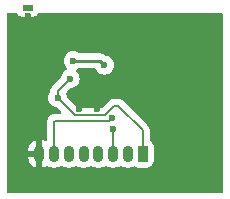
<source format=gbr>
%TF.GenerationSoftware,KiCad,Pcbnew,8.0.0*%
%TF.CreationDate,2025-02-14T14:26:33-04:00*%
%TF.ProjectId,Proyecto 1 Kicad,50726f79-6563-4746-9f20-31204b696361,rev?*%
%TF.SameCoordinates,Original*%
%TF.FileFunction,Copper,L2,Bot*%
%TF.FilePolarity,Positive*%
%FSLAX46Y46*%
G04 Gerber Fmt 4.6, Leading zero omitted, Abs format (unit mm)*
G04 Created by KiCad (PCBNEW 8.0.0) date 2025-02-14 14:26:33*
%MOMM*%
%LPD*%
G01*
G04 APERTURE LIST*
G04 Aperture macros list*
%AMRoundRect*
0 Rectangle with rounded corners*
0 $1 Rounding radius*
0 $2 $3 $4 $5 $6 $7 $8 $9 X,Y pos of 4 corners*
0 Add a 4 corners polygon primitive as box body*
4,1,4,$2,$3,$4,$5,$6,$7,$8,$9,$2,$3,0*
0 Add four circle primitives for the rounded corners*
1,1,$1+$1,$2,$3*
1,1,$1+$1,$4,$5*
1,1,$1+$1,$6,$7*
1,1,$1+$1,$8,$9*
0 Add four rect primitives between the rounded corners*
20,1,$1+$1,$2,$3,$4,$5,0*
20,1,$1+$1,$4,$5,$6,$7,0*
20,1,$1+$1,$6,$7,$8,$9,0*
20,1,$1+$1,$8,$9,$2,$3,0*%
G04 Aperture macros list end*
%TA.AperFunction,ComponentPad*%
%ADD10RoundRect,0.225000X0.225000X0.475000X-0.225000X0.475000X-0.225000X-0.475000X0.225000X-0.475000X0*%
%TD*%
%TA.AperFunction,ComponentPad*%
%ADD11O,0.900000X1.400000*%
%TD*%
%TA.AperFunction,ComponentPad*%
%ADD12R,0.900000X0.500000*%
%TD*%
%TA.AperFunction,ViaPad*%
%ADD13C,0.600000*%
%TD*%
%TA.AperFunction,Conductor*%
%ADD14C,0.200000*%
%TD*%
%TA.AperFunction,Conductor*%
%ADD15C,0.254000*%
%TD*%
G04 APERTURE END LIST*
D10*
%TO.P,J1,1,Pin_1*%
%TO.N,VDD*%
X157537000Y-106934000D03*
D11*
%TO.P,J1,2,Pin_2*%
%TO.N,Net-(J1-Pin_2)*%
X156287000Y-106934000D03*
%TO.P,J1,3,Pin_3*%
%TO.N,Net-(J1-Pin_3)*%
X155037000Y-106934000D03*
%TO.P,J1,4,Pin_4*%
%TO.N,Net-(J1-Pin_4)*%
X153787000Y-106934000D03*
%TO.P,J1,5,Pin_5*%
%TO.N,Net-(J1-Pin_5)*%
X152537000Y-106934000D03*
%TO.P,J1,6,Pin_6*%
%TO.N,Net-(J1-Pin_6)*%
X151287000Y-106934000D03*
%TO.P,J1,7,Pin_7*%
%TO.N,Net-(J1-Pin_7)*%
X150037000Y-106934000D03*
%TO.P,J1,8,Pin_8*%
%TO.N,GND*%
X148787000Y-106934000D03*
%TD*%
D12*
%TO.P,AE1,2*%
%TO.N,N/C*%
X147782000Y-94573000D03*
%TD*%
D13*
%TO.N,GND*%
X147828000Y-95250000D03*
X153670000Y-103124000D03*
X152146000Y-103124000D03*
X153670000Y-101854000D03*
X152400000Y-101854000D03*
X149098000Y-98298000D03*
X153670000Y-95758000D03*
X159258000Y-104902000D03*
X148844000Y-104648000D03*
X159512000Y-99314000D03*
%TO.N,VDD*%
X150326614Y-102192170D03*
X151384000Y-100584000D03*
%TO.N,Net-(J1-Pin_7)*%
X154950765Y-103875235D03*
%TO.N,Net-(J1-Pin_3)*%
X155037000Y-104810000D03*
%TO.N,Net-(U1-VDD_PA)*%
X154297000Y-99433000D03*
X151638000Y-99060000D03*
%TD*%
D14*
%TO.N,GND*%
X152146000Y-95758000D02*
X153670000Y-95758000D01*
X149606000Y-98298000D02*
X152146000Y-95758000D01*
X149098000Y-98298000D02*
X149606000Y-98298000D01*
%TO.N,VDD*%
X157537000Y-104959000D02*
X157537000Y-106934000D01*
X155107471Y-102870000D02*
X155448000Y-102870000D01*
X154345471Y-103632000D02*
X155107471Y-102870000D01*
X151766444Y-103632000D02*
X154345471Y-103632000D01*
X155448000Y-102870000D02*
X157537000Y-104959000D01*
X150326614Y-102192170D02*
X151766444Y-103632000D01*
X150326614Y-101641386D02*
X150326614Y-102192170D01*
X151384000Y-100584000D02*
X150326614Y-101641386D01*
%TO.N,Net-(J1-Pin_7)*%
X150037000Y-104217000D02*
X150037000Y-106934000D01*
X150114000Y-104140000D02*
X150037000Y-104217000D01*
X154686000Y-104140000D02*
X150114000Y-104140000D01*
X154950765Y-103875235D02*
X154686000Y-104140000D01*
%TO.N,Net-(J1-Pin_3)*%
X155037000Y-104810000D02*
X155037000Y-106934000D01*
D15*
%TO.N,Net-(U1-VDD_PA)*%
X153924000Y-99060000D02*
X151638000Y-99060000D01*
X154297000Y-99433000D02*
X153924000Y-99060000D01*
X151700356Y-99122356D02*
X151638000Y-99060000D01*
%TD*%
%TA.AperFunction,Conductor*%
%TO.N,GND*%
G36*
X146843813Y-95015685D02*
G01*
X146885608Y-95060576D01*
X146888207Y-95065336D01*
X146974452Y-95180544D01*
X146974455Y-95180547D01*
X147089664Y-95266793D01*
X147089671Y-95266797D01*
X147224517Y-95317091D01*
X147224516Y-95317091D01*
X147231444Y-95317835D01*
X147284127Y-95323500D01*
X148279872Y-95323499D01*
X148339483Y-95317091D01*
X148474331Y-95266796D01*
X148589546Y-95180546D01*
X148675796Y-95065331D01*
X148675798Y-95065323D01*
X148678392Y-95060576D01*
X148727796Y-95011169D01*
X148787226Y-94996000D01*
X164221500Y-94996000D01*
X164288539Y-95015685D01*
X164334294Y-95068489D01*
X164345500Y-95120000D01*
X164345500Y-110119500D01*
X164325815Y-110186539D01*
X164273011Y-110232294D01*
X164221500Y-110243500D01*
X146166500Y-110243500D01*
X146099461Y-110223815D01*
X146053706Y-110171011D01*
X146042500Y-110119500D01*
X146042500Y-107184000D01*
X147837000Y-107184000D01*
X147837000Y-107277571D01*
X147873506Y-107461097D01*
X147873508Y-107461105D01*
X147945119Y-107633991D01*
X147945124Y-107634000D01*
X148049086Y-107789589D01*
X148049089Y-107789593D01*
X148181406Y-107921910D01*
X148181410Y-107921913D01*
X148336999Y-108025875D01*
X148337012Y-108025882D01*
X148509889Y-108097489D01*
X148509896Y-108097491D01*
X148537000Y-108102882D01*
X148537000Y-107184000D01*
X147837000Y-107184000D01*
X146042500Y-107184000D01*
X146042500Y-106973496D01*
X148487000Y-106973496D01*
X148507444Y-107049796D01*
X148546940Y-107118205D01*
X148602795Y-107174060D01*
X148671204Y-107213556D01*
X148747504Y-107234000D01*
X148826496Y-107234000D01*
X148902796Y-107213556D01*
X148971205Y-107174060D01*
X149027060Y-107118205D01*
X149037000Y-107100988D01*
X149037000Y-108102881D01*
X149064103Y-108097491D01*
X149064110Y-108097489D01*
X149236987Y-108025882D01*
X149237001Y-108025874D01*
X149342657Y-107955276D01*
X149409334Y-107934397D01*
X149476714Y-107952881D01*
X149480429Y-107955268D01*
X149586769Y-108026322D01*
X149759749Y-108097973D01*
X149943374Y-108134498D01*
X149943379Y-108134499D01*
X149943383Y-108134500D01*
X149943384Y-108134500D01*
X150130617Y-108134500D01*
X150130618Y-108134499D01*
X150314251Y-108097973D01*
X150487231Y-108026322D01*
X150487901Y-108025874D01*
X150593109Y-107955577D01*
X150659787Y-107934699D01*
X150727167Y-107953183D01*
X150730891Y-107955577D01*
X150836762Y-108026318D01*
X150836768Y-108026321D01*
X150836769Y-108026322D01*
X151009749Y-108097973D01*
X151193374Y-108134498D01*
X151193379Y-108134499D01*
X151193383Y-108134500D01*
X151193384Y-108134500D01*
X151380617Y-108134500D01*
X151380618Y-108134499D01*
X151564251Y-108097973D01*
X151737231Y-108026322D01*
X151737901Y-108025874D01*
X151843109Y-107955577D01*
X151909787Y-107934699D01*
X151977167Y-107953183D01*
X151980891Y-107955577D01*
X152086762Y-108026318D01*
X152086768Y-108026321D01*
X152086769Y-108026322D01*
X152259749Y-108097973D01*
X152443374Y-108134498D01*
X152443379Y-108134499D01*
X152443383Y-108134500D01*
X152443384Y-108134500D01*
X152630617Y-108134500D01*
X152630618Y-108134499D01*
X152814251Y-108097973D01*
X152987231Y-108026322D01*
X152987901Y-108025874D01*
X153093109Y-107955577D01*
X153159787Y-107934699D01*
X153227167Y-107953183D01*
X153230891Y-107955577D01*
X153336762Y-108026318D01*
X153336768Y-108026321D01*
X153336769Y-108026322D01*
X153509749Y-108097973D01*
X153693374Y-108134498D01*
X153693379Y-108134499D01*
X153693383Y-108134500D01*
X153693384Y-108134500D01*
X153880617Y-108134500D01*
X153880618Y-108134499D01*
X154064251Y-108097973D01*
X154237231Y-108026322D01*
X154237901Y-108025874D01*
X154343109Y-107955577D01*
X154409787Y-107934699D01*
X154477167Y-107953183D01*
X154480891Y-107955577D01*
X154586762Y-108026318D01*
X154586768Y-108026321D01*
X154586769Y-108026322D01*
X154759749Y-108097973D01*
X154943374Y-108134498D01*
X154943379Y-108134499D01*
X154943383Y-108134500D01*
X154943384Y-108134500D01*
X155130617Y-108134500D01*
X155130618Y-108134499D01*
X155314251Y-108097973D01*
X155487231Y-108026322D01*
X155487901Y-108025874D01*
X155593109Y-107955577D01*
X155659787Y-107934699D01*
X155727167Y-107953183D01*
X155730891Y-107955577D01*
X155836762Y-108026318D01*
X155836768Y-108026321D01*
X155836769Y-108026322D01*
X156009749Y-108097973D01*
X156193374Y-108134498D01*
X156193379Y-108134499D01*
X156193383Y-108134500D01*
X156193384Y-108134500D01*
X156380617Y-108134500D01*
X156380618Y-108134499D01*
X156564251Y-108097973D01*
X156737231Y-108026322D01*
X156763964Y-108008459D01*
X156830638Y-107987580D01*
X156897952Y-108006021D01*
X157003303Y-108071003D01*
X157164292Y-108124349D01*
X157263655Y-108134500D01*
X157810344Y-108134499D01*
X157810352Y-108134498D01*
X157810355Y-108134498D01*
X157864760Y-108128940D01*
X157909708Y-108124349D01*
X158070697Y-108071003D01*
X158215044Y-107981968D01*
X158334968Y-107862044D01*
X158424003Y-107717697D01*
X158477349Y-107556708D01*
X158487500Y-107457345D01*
X158487499Y-106410656D01*
X158477349Y-106311292D01*
X158424003Y-106150303D01*
X158423999Y-106150297D01*
X158423998Y-106150294D01*
X158334970Y-106005959D01*
X158334969Y-106005958D01*
X158334968Y-106005956D01*
X158215044Y-105886032D01*
X158196399Y-105874531D01*
X158149677Y-105822582D01*
X158137500Y-105768995D01*
X158137500Y-104879945D01*
X158137500Y-104879943D01*
X158100137Y-104740501D01*
X158096577Y-104727215D01*
X158053834Y-104653182D01*
X158017520Y-104590284D01*
X157905716Y-104478480D01*
X157905715Y-104478479D01*
X157901385Y-104474149D01*
X157901374Y-104474139D01*
X155935590Y-102508355D01*
X155935588Y-102508352D01*
X155816717Y-102389481D01*
X155816716Y-102389480D01*
X155729904Y-102339360D01*
X155729904Y-102339359D01*
X155729900Y-102339358D01*
X155679785Y-102310423D01*
X155527057Y-102269499D01*
X155368943Y-102269499D01*
X155361347Y-102269499D01*
X155361331Y-102269500D01*
X155194141Y-102269500D01*
X155194125Y-102269499D01*
X155186529Y-102269499D01*
X155028414Y-102269499D01*
X154952050Y-102289961D01*
X154875685Y-102310423D01*
X154875680Y-102310426D01*
X154738761Y-102389475D01*
X154738753Y-102389481D01*
X154133055Y-102995181D01*
X154071732Y-103028666D01*
X154045374Y-103031500D01*
X152066541Y-103031500D01*
X151999502Y-103011815D01*
X151978860Y-102995181D01*
X151157314Y-102173635D01*
X151123829Y-102112312D01*
X151121777Y-102099856D01*
X151111982Y-102012915D01*
X151057965Y-101858542D01*
X151054404Y-101788763D01*
X151087324Y-101729909D01*
X151402535Y-101414698D01*
X151463856Y-101381215D01*
X151476311Y-101379163D01*
X151563255Y-101369368D01*
X151733522Y-101309789D01*
X151886262Y-101213816D01*
X152013816Y-101086262D01*
X152109789Y-100933522D01*
X152169368Y-100763255D01*
X152189565Y-100584000D01*
X152186419Y-100556082D01*
X152169369Y-100404750D01*
X152169368Y-100404745D01*
X152109788Y-100234476D01*
X152013815Y-100081737D01*
X151927309Y-99995231D01*
X151893824Y-99933908D01*
X151898808Y-99864216D01*
X151940680Y-99808283D01*
X151974037Y-99790508D01*
X151980154Y-99788367D01*
X151987522Y-99785789D01*
X152113700Y-99706505D01*
X152179672Y-99687500D01*
X153449979Y-99687500D01*
X153517018Y-99707185D01*
X153562773Y-99759989D01*
X153567020Y-99770545D01*
X153571210Y-99782521D01*
X153571212Y-99782524D01*
X153622543Y-99864216D01*
X153667184Y-99935262D01*
X153794738Y-100062816D01*
X153947478Y-100158789D01*
X154117745Y-100218368D01*
X154117750Y-100218369D01*
X154296996Y-100238565D01*
X154297000Y-100238565D01*
X154297004Y-100238565D01*
X154476249Y-100218369D01*
X154476252Y-100218368D01*
X154476255Y-100218368D01*
X154646522Y-100158789D01*
X154799262Y-100062816D01*
X154926816Y-99935262D01*
X155022789Y-99782522D01*
X155082368Y-99612255D01*
X155102565Y-99433000D01*
X155082368Y-99253745D01*
X155022789Y-99083478D01*
X154926816Y-98930738D01*
X154799262Y-98803184D01*
X154646521Y-98707210D01*
X154476249Y-98647630D01*
X154432361Y-98642685D01*
X154367948Y-98615617D01*
X154358566Y-98607146D01*
X154324010Y-98572590D01*
X154301783Y-98557739D01*
X154301782Y-98557738D01*
X154221239Y-98503920D01*
X154221226Y-98503913D01*
X154187785Y-98490062D01*
X154107035Y-98456614D01*
X154107027Y-98456612D01*
X153985807Y-98432500D01*
X153985803Y-98432500D01*
X152179672Y-98432500D01*
X152113700Y-98413494D01*
X151987523Y-98334211D01*
X151817254Y-98274631D01*
X151817249Y-98274630D01*
X151638004Y-98254435D01*
X151637996Y-98254435D01*
X151458750Y-98274630D01*
X151458745Y-98274631D01*
X151288476Y-98334211D01*
X151135737Y-98430184D01*
X151008184Y-98557737D01*
X150912211Y-98710476D01*
X150852631Y-98880745D01*
X150852630Y-98880750D01*
X150832435Y-99059996D01*
X150832435Y-99060003D01*
X150852630Y-99239249D01*
X150852631Y-99239254D01*
X150912211Y-99409523D01*
X151008184Y-99562262D01*
X151094690Y-99648768D01*
X151128175Y-99710091D01*
X151123191Y-99779783D01*
X151081319Y-99835716D01*
X151047969Y-99853489D01*
X151034479Y-99858210D01*
X150881737Y-99954184D01*
X150754184Y-100081737D01*
X150658210Y-100234478D01*
X150598630Y-100404750D01*
X150588837Y-100491668D01*
X150561770Y-100556082D01*
X150553298Y-100565465D01*
X149957900Y-101160864D01*
X149846095Y-101272668D01*
X149846091Y-101272673D01*
X149824665Y-101309787D01*
X149824664Y-101309789D01*
X149767037Y-101409601D01*
X149726113Y-101562329D01*
X149726113Y-101562331D01*
X149726113Y-101609759D01*
X149706428Y-101676798D01*
X149699059Y-101687073D01*
X149696798Y-101689907D01*
X149600825Y-101842646D01*
X149541245Y-102012915D01*
X149541244Y-102012920D01*
X149521049Y-102192166D01*
X149521049Y-102192173D01*
X149541244Y-102371419D01*
X149541245Y-102371424D01*
X149600825Y-102541693D01*
X149696798Y-102694432D01*
X149824352Y-102821986D01*
X149977092Y-102917959D01*
X150147359Y-102977538D01*
X150234283Y-102987331D01*
X150298694Y-103014396D01*
X150308079Y-103022870D01*
X150613028Y-103327819D01*
X150646513Y-103389142D01*
X150641529Y-103458834D01*
X150599657Y-103514767D01*
X150534193Y-103539184D01*
X150525347Y-103539500D01*
X150034940Y-103539500D01*
X149994019Y-103550464D01*
X149994019Y-103550465D01*
X149956751Y-103560451D01*
X149882214Y-103580423D01*
X149882209Y-103580426D01*
X149745290Y-103659475D01*
X149745282Y-103659481D01*
X149556481Y-103848282D01*
X149556480Y-103848284D01*
X149521879Y-103908215D01*
X149477423Y-103985215D01*
X149436499Y-104137943D01*
X149436499Y-104137945D01*
X149436499Y-104306046D01*
X149436500Y-104306059D01*
X149436500Y-105743438D01*
X149416815Y-105810477D01*
X149364011Y-105856232D01*
X149294853Y-105866176D01*
X149243611Y-105846542D01*
X149236996Y-105842122D01*
X149236991Y-105842119D01*
X149064103Y-105770507D01*
X149064100Y-105770506D01*
X149037000Y-105765115D01*
X149037000Y-106767011D01*
X149027060Y-106749795D01*
X148971205Y-106693940D01*
X148902796Y-106654444D01*
X148826496Y-106634000D01*
X148747504Y-106634000D01*
X148671204Y-106654444D01*
X148602795Y-106693940D01*
X148546940Y-106749795D01*
X148507444Y-106818204D01*
X148487000Y-106894504D01*
X148487000Y-106973496D01*
X146042500Y-106973496D01*
X146042500Y-106684000D01*
X147837000Y-106684000D01*
X148537000Y-106684000D01*
X148537000Y-105765116D01*
X148536999Y-105765115D01*
X148509899Y-105770506D01*
X148509896Y-105770507D01*
X148337008Y-105842119D01*
X148336999Y-105842124D01*
X148181410Y-105946086D01*
X148181406Y-105946089D01*
X148049089Y-106078406D01*
X148049086Y-106078410D01*
X147945124Y-106233999D01*
X147945119Y-106234008D01*
X147873508Y-106406894D01*
X147873506Y-106406902D01*
X147837000Y-106590428D01*
X147837000Y-106684000D01*
X146042500Y-106684000D01*
X146042500Y-95120000D01*
X146062185Y-95052961D01*
X146114989Y-95007206D01*
X146166500Y-94996000D01*
X146776774Y-94996000D01*
X146843813Y-95015685D01*
G37*
%TD.AperFunction*%
%TD*%
M02*

</source>
